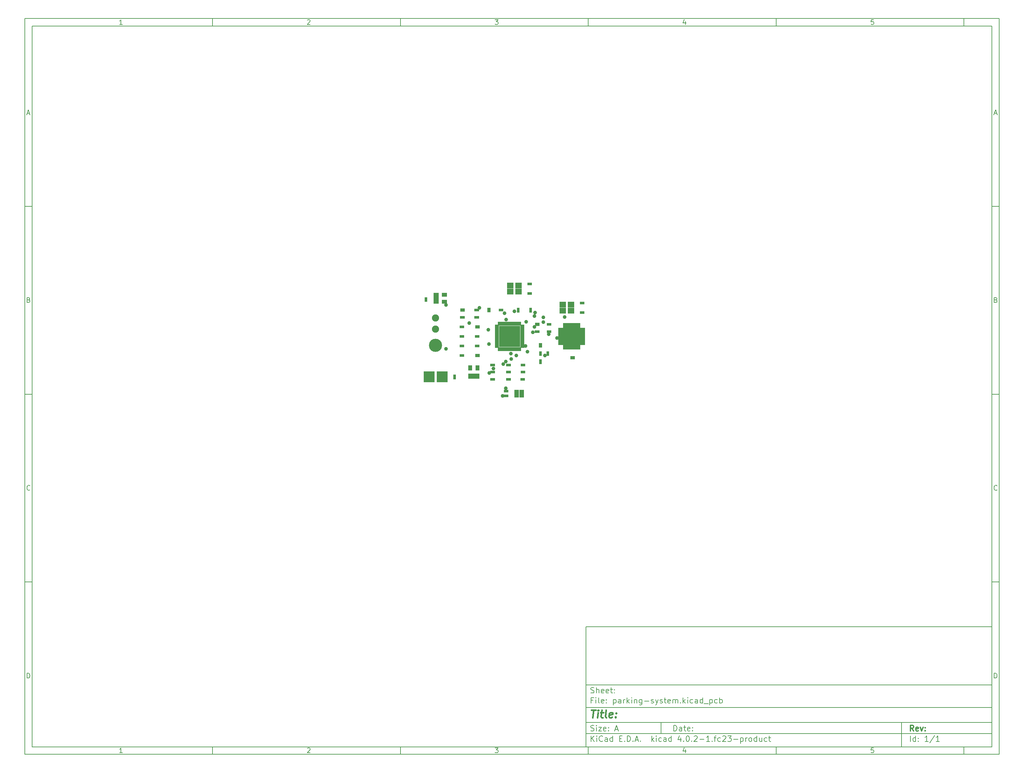
<source format=gbr>
G04 #@! TF.FileFunction,Soldermask,Top*
%FSLAX46Y46*%
G04 Gerber Fmt 4.6, Leading zero omitted, Abs format (unit mm)*
G04 Created by KiCad (PCBNEW 4.0.2-1.fc23-product) date Tue 29 Mar 2016 15:32:59 SAST*
%MOMM*%
G01*
G04 APERTURE LIST*
%ADD10C,0.100000*%
%ADD11C,0.150000*%
%ADD12C,0.300000*%
%ADD13C,0.400000*%
%ADD14R,0.700000X0.750000*%
%ADD15R,0.750000X0.700000*%
%ADD16R,1.400000X0.770000*%
%ADD17R,0.770000X1.400000*%
%ADD18R,1.462500X1.462500*%
%ADD19R,0.680000X0.830000*%
%ADD20R,0.830000X0.680000*%
%ADD21R,1.200000X0.700000*%
%ADD22R,1.100000X0.650000*%
%ADD23R,0.650000X1.100000*%
%ADD24R,1.687500X1.687500*%
%ADD25R,1.050000X1.460000*%
%ADD26R,1.800000X1.600000*%
%ADD27R,2.900000X2.900000*%
%ADD28C,1.900000*%
%ADD29C,3.500000*%
%ADD30R,1.460000X1.050000*%
%ADD31C,1.000000*%
G04 APERTURE END LIST*
D10*
D11*
X159400000Y-171900000D02*
X159400000Y-203900000D01*
X267400000Y-203900000D01*
X267400000Y-171900000D01*
X159400000Y-171900000D01*
D10*
D11*
X10000000Y-10000000D02*
X10000000Y-205900000D01*
X269400000Y-205900000D01*
X269400000Y-10000000D01*
X10000000Y-10000000D01*
D10*
D11*
X12000000Y-12000000D02*
X12000000Y-203900000D01*
X267400000Y-203900000D01*
X267400000Y-12000000D01*
X12000000Y-12000000D01*
D10*
D11*
X60000000Y-12000000D02*
X60000000Y-10000000D01*
D10*
D11*
X110000000Y-12000000D02*
X110000000Y-10000000D01*
D10*
D11*
X160000000Y-12000000D02*
X160000000Y-10000000D01*
D10*
D11*
X210000000Y-12000000D02*
X210000000Y-10000000D01*
D10*
D11*
X260000000Y-12000000D02*
X260000000Y-10000000D01*
D10*
D11*
X35990476Y-11588095D02*
X35247619Y-11588095D01*
X35619048Y-11588095D02*
X35619048Y-10288095D01*
X35495238Y-10473810D01*
X35371429Y-10597619D01*
X35247619Y-10659524D01*
D10*
D11*
X85247619Y-10411905D02*
X85309524Y-10350000D01*
X85433333Y-10288095D01*
X85742857Y-10288095D01*
X85866667Y-10350000D01*
X85928571Y-10411905D01*
X85990476Y-10535714D01*
X85990476Y-10659524D01*
X85928571Y-10845238D01*
X85185714Y-11588095D01*
X85990476Y-11588095D01*
D10*
D11*
X135185714Y-10288095D02*
X135990476Y-10288095D01*
X135557143Y-10783333D01*
X135742857Y-10783333D01*
X135866667Y-10845238D01*
X135928571Y-10907143D01*
X135990476Y-11030952D01*
X135990476Y-11340476D01*
X135928571Y-11464286D01*
X135866667Y-11526190D01*
X135742857Y-11588095D01*
X135371429Y-11588095D01*
X135247619Y-11526190D01*
X135185714Y-11464286D01*
D10*
D11*
X185866667Y-10721429D02*
X185866667Y-11588095D01*
X185557143Y-10226190D02*
X185247619Y-11154762D01*
X186052381Y-11154762D01*
D10*
D11*
X235928571Y-10288095D02*
X235309524Y-10288095D01*
X235247619Y-10907143D01*
X235309524Y-10845238D01*
X235433333Y-10783333D01*
X235742857Y-10783333D01*
X235866667Y-10845238D01*
X235928571Y-10907143D01*
X235990476Y-11030952D01*
X235990476Y-11340476D01*
X235928571Y-11464286D01*
X235866667Y-11526190D01*
X235742857Y-11588095D01*
X235433333Y-11588095D01*
X235309524Y-11526190D01*
X235247619Y-11464286D01*
D10*
D11*
X60000000Y-203900000D02*
X60000000Y-205900000D01*
D10*
D11*
X110000000Y-203900000D02*
X110000000Y-205900000D01*
D10*
D11*
X160000000Y-203900000D02*
X160000000Y-205900000D01*
D10*
D11*
X210000000Y-203900000D02*
X210000000Y-205900000D01*
D10*
D11*
X260000000Y-203900000D02*
X260000000Y-205900000D01*
D10*
D11*
X35990476Y-205488095D02*
X35247619Y-205488095D01*
X35619048Y-205488095D02*
X35619048Y-204188095D01*
X35495238Y-204373810D01*
X35371429Y-204497619D01*
X35247619Y-204559524D01*
D10*
D11*
X85247619Y-204311905D02*
X85309524Y-204250000D01*
X85433333Y-204188095D01*
X85742857Y-204188095D01*
X85866667Y-204250000D01*
X85928571Y-204311905D01*
X85990476Y-204435714D01*
X85990476Y-204559524D01*
X85928571Y-204745238D01*
X85185714Y-205488095D01*
X85990476Y-205488095D01*
D10*
D11*
X135185714Y-204188095D02*
X135990476Y-204188095D01*
X135557143Y-204683333D01*
X135742857Y-204683333D01*
X135866667Y-204745238D01*
X135928571Y-204807143D01*
X135990476Y-204930952D01*
X135990476Y-205240476D01*
X135928571Y-205364286D01*
X135866667Y-205426190D01*
X135742857Y-205488095D01*
X135371429Y-205488095D01*
X135247619Y-205426190D01*
X135185714Y-205364286D01*
D10*
D11*
X185866667Y-204621429D02*
X185866667Y-205488095D01*
X185557143Y-204126190D02*
X185247619Y-205054762D01*
X186052381Y-205054762D01*
D10*
D11*
X235928571Y-204188095D02*
X235309524Y-204188095D01*
X235247619Y-204807143D01*
X235309524Y-204745238D01*
X235433333Y-204683333D01*
X235742857Y-204683333D01*
X235866667Y-204745238D01*
X235928571Y-204807143D01*
X235990476Y-204930952D01*
X235990476Y-205240476D01*
X235928571Y-205364286D01*
X235866667Y-205426190D01*
X235742857Y-205488095D01*
X235433333Y-205488095D01*
X235309524Y-205426190D01*
X235247619Y-205364286D01*
D10*
D11*
X10000000Y-60000000D02*
X12000000Y-60000000D01*
D10*
D11*
X10000000Y-110000000D02*
X12000000Y-110000000D01*
D10*
D11*
X10000000Y-160000000D02*
X12000000Y-160000000D01*
D10*
D11*
X10690476Y-35216667D02*
X11309524Y-35216667D01*
X10566667Y-35588095D02*
X11000000Y-34288095D01*
X11433333Y-35588095D01*
D10*
D11*
X11092857Y-84907143D02*
X11278571Y-84969048D01*
X11340476Y-85030952D01*
X11402381Y-85154762D01*
X11402381Y-85340476D01*
X11340476Y-85464286D01*
X11278571Y-85526190D01*
X11154762Y-85588095D01*
X10659524Y-85588095D01*
X10659524Y-84288095D01*
X11092857Y-84288095D01*
X11216667Y-84350000D01*
X11278571Y-84411905D01*
X11340476Y-84535714D01*
X11340476Y-84659524D01*
X11278571Y-84783333D01*
X11216667Y-84845238D01*
X11092857Y-84907143D01*
X10659524Y-84907143D01*
D10*
D11*
X11402381Y-135464286D02*
X11340476Y-135526190D01*
X11154762Y-135588095D01*
X11030952Y-135588095D01*
X10845238Y-135526190D01*
X10721429Y-135402381D01*
X10659524Y-135278571D01*
X10597619Y-135030952D01*
X10597619Y-134845238D01*
X10659524Y-134597619D01*
X10721429Y-134473810D01*
X10845238Y-134350000D01*
X11030952Y-134288095D01*
X11154762Y-134288095D01*
X11340476Y-134350000D01*
X11402381Y-134411905D01*
D10*
D11*
X10659524Y-185588095D02*
X10659524Y-184288095D01*
X10969048Y-184288095D01*
X11154762Y-184350000D01*
X11278571Y-184473810D01*
X11340476Y-184597619D01*
X11402381Y-184845238D01*
X11402381Y-185030952D01*
X11340476Y-185278571D01*
X11278571Y-185402381D01*
X11154762Y-185526190D01*
X10969048Y-185588095D01*
X10659524Y-185588095D01*
D10*
D11*
X269400000Y-60000000D02*
X267400000Y-60000000D01*
D10*
D11*
X269400000Y-110000000D02*
X267400000Y-110000000D01*
D10*
D11*
X269400000Y-160000000D02*
X267400000Y-160000000D01*
D10*
D11*
X268090476Y-35216667D02*
X268709524Y-35216667D01*
X267966667Y-35588095D02*
X268400000Y-34288095D01*
X268833333Y-35588095D01*
D10*
D11*
X268492857Y-84907143D02*
X268678571Y-84969048D01*
X268740476Y-85030952D01*
X268802381Y-85154762D01*
X268802381Y-85340476D01*
X268740476Y-85464286D01*
X268678571Y-85526190D01*
X268554762Y-85588095D01*
X268059524Y-85588095D01*
X268059524Y-84288095D01*
X268492857Y-84288095D01*
X268616667Y-84350000D01*
X268678571Y-84411905D01*
X268740476Y-84535714D01*
X268740476Y-84659524D01*
X268678571Y-84783333D01*
X268616667Y-84845238D01*
X268492857Y-84907143D01*
X268059524Y-84907143D01*
D10*
D11*
X268802381Y-135464286D02*
X268740476Y-135526190D01*
X268554762Y-135588095D01*
X268430952Y-135588095D01*
X268245238Y-135526190D01*
X268121429Y-135402381D01*
X268059524Y-135278571D01*
X267997619Y-135030952D01*
X267997619Y-134845238D01*
X268059524Y-134597619D01*
X268121429Y-134473810D01*
X268245238Y-134350000D01*
X268430952Y-134288095D01*
X268554762Y-134288095D01*
X268740476Y-134350000D01*
X268802381Y-134411905D01*
D10*
D11*
X268059524Y-185588095D02*
X268059524Y-184288095D01*
X268369048Y-184288095D01*
X268554762Y-184350000D01*
X268678571Y-184473810D01*
X268740476Y-184597619D01*
X268802381Y-184845238D01*
X268802381Y-185030952D01*
X268740476Y-185278571D01*
X268678571Y-185402381D01*
X268554762Y-185526190D01*
X268369048Y-185588095D01*
X268059524Y-185588095D01*
D10*
D11*
X182757143Y-199678571D02*
X182757143Y-198178571D01*
X183114286Y-198178571D01*
X183328571Y-198250000D01*
X183471429Y-198392857D01*
X183542857Y-198535714D01*
X183614286Y-198821429D01*
X183614286Y-199035714D01*
X183542857Y-199321429D01*
X183471429Y-199464286D01*
X183328571Y-199607143D01*
X183114286Y-199678571D01*
X182757143Y-199678571D01*
X184900000Y-199678571D02*
X184900000Y-198892857D01*
X184828571Y-198750000D01*
X184685714Y-198678571D01*
X184400000Y-198678571D01*
X184257143Y-198750000D01*
X184900000Y-199607143D02*
X184757143Y-199678571D01*
X184400000Y-199678571D01*
X184257143Y-199607143D01*
X184185714Y-199464286D01*
X184185714Y-199321429D01*
X184257143Y-199178571D01*
X184400000Y-199107143D01*
X184757143Y-199107143D01*
X184900000Y-199035714D01*
X185400000Y-198678571D02*
X185971429Y-198678571D01*
X185614286Y-198178571D02*
X185614286Y-199464286D01*
X185685714Y-199607143D01*
X185828572Y-199678571D01*
X185971429Y-199678571D01*
X187042857Y-199607143D02*
X186900000Y-199678571D01*
X186614286Y-199678571D01*
X186471429Y-199607143D01*
X186400000Y-199464286D01*
X186400000Y-198892857D01*
X186471429Y-198750000D01*
X186614286Y-198678571D01*
X186900000Y-198678571D01*
X187042857Y-198750000D01*
X187114286Y-198892857D01*
X187114286Y-199035714D01*
X186400000Y-199178571D01*
X187757143Y-199535714D02*
X187828571Y-199607143D01*
X187757143Y-199678571D01*
X187685714Y-199607143D01*
X187757143Y-199535714D01*
X187757143Y-199678571D01*
X187757143Y-198750000D02*
X187828571Y-198821429D01*
X187757143Y-198892857D01*
X187685714Y-198821429D01*
X187757143Y-198750000D01*
X187757143Y-198892857D01*
D10*
D11*
X159400000Y-200400000D02*
X267400000Y-200400000D01*
D10*
D11*
X160757143Y-202478571D02*
X160757143Y-200978571D01*
X161614286Y-202478571D02*
X160971429Y-201621429D01*
X161614286Y-200978571D02*
X160757143Y-201835714D01*
X162257143Y-202478571D02*
X162257143Y-201478571D01*
X162257143Y-200978571D02*
X162185714Y-201050000D01*
X162257143Y-201121429D01*
X162328571Y-201050000D01*
X162257143Y-200978571D01*
X162257143Y-201121429D01*
X163828572Y-202335714D02*
X163757143Y-202407143D01*
X163542857Y-202478571D01*
X163400000Y-202478571D01*
X163185715Y-202407143D01*
X163042857Y-202264286D01*
X162971429Y-202121429D01*
X162900000Y-201835714D01*
X162900000Y-201621429D01*
X162971429Y-201335714D01*
X163042857Y-201192857D01*
X163185715Y-201050000D01*
X163400000Y-200978571D01*
X163542857Y-200978571D01*
X163757143Y-201050000D01*
X163828572Y-201121429D01*
X165114286Y-202478571D02*
X165114286Y-201692857D01*
X165042857Y-201550000D01*
X164900000Y-201478571D01*
X164614286Y-201478571D01*
X164471429Y-201550000D01*
X165114286Y-202407143D02*
X164971429Y-202478571D01*
X164614286Y-202478571D01*
X164471429Y-202407143D01*
X164400000Y-202264286D01*
X164400000Y-202121429D01*
X164471429Y-201978571D01*
X164614286Y-201907143D01*
X164971429Y-201907143D01*
X165114286Y-201835714D01*
X166471429Y-202478571D02*
X166471429Y-200978571D01*
X166471429Y-202407143D02*
X166328572Y-202478571D01*
X166042858Y-202478571D01*
X165900000Y-202407143D01*
X165828572Y-202335714D01*
X165757143Y-202192857D01*
X165757143Y-201764286D01*
X165828572Y-201621429D01*
X165900000Y-201550000D01*
X166042858Y-201478571D01*
X166328572Y-201478571D01*
X166471429Y-201550000D01*
X168328572Y-201692857D02*
X168828572Y-201692857D01*
X169042858Y-202478571D02*
X168328572Y-202478571D01*
X168328572Y-200978571D01*
X169042858Y-200978571D01*
X169685715Y-202335714D02*
X169757143Y-202407143D01*
X169685715Y-202478571D01*
X169614286Y-202407143D01*
X169685715Y-202335714D01*
X169685715Y-202478571D01*
X170400001Y-202478571D02*
X170400001Y-200978571D01*
X170757144Y-200978571D01*
X170971429Y-201050000D01*
X171114287Y-201192857D01*
X171185715Y-201335714D01*
X171257144Y-201621429D01*
X171257144Y-201835714D01*
X171185715Y-202121429D01*
X171114287Y-202264286D01*
X170971429Y-202407143D01*
X170757144Y-202478571D01*
X170400001Y-202478571D01*
X171900001Y-202335714D02*
X171971429Y-202407143D01*
X171900001Y-202478571D01*
X171828572Y-202407143D01*
X171900001Y-202335714D01*
X171900001Y-202478571D01*
X172542858Y-202050000D02*
X173257144Y-202050000D01*
X172400001Y-202478571D02*
X172900001Y-200978571D01*
X173400001Y-202478571D01*
X173900001Y-202335714D02*
X173971429Y-202407143D01*
X173900001Y-202478571D01*
X173828572Y-202407143D01*
X173900001Y-202335714D01*
X173900001Y-202478571D01*
X176900001Y-202478571D02*
X176900001Y-200978571D01*
X177042858Y-201907143D02*
X177471429Y-202478571D01*
X177471429Y-201478571D02*
X176900001Y-202050000D01*
X178114287Y-202478571D02*
X178114287Y-201478571D01*
X178114287Y-200978571D02*
X178042858Y-201050000D01*
X178114287Y-201121429D01*
X178185715Y-201050000D01*
X178114287Y-200978571D01*
X178114287Y-201121429D01*
X179471430Y-202407143D02*
X179328573Y-202478571D01*
X179042859Y-202478571D01*
X178900001Y-202407143D01*
X178828573Y-202335714D01*
X178757144Y-202192857D01*
X178757144Y-201764286D01*
X178828573Y-201621429D01*
X178900001Y-201550000D01*
X179042859Y-201478571D01*
X179328573Y-201478571D01*
X179471430Y-201550000D01*
X180757144Y-202478571D02*
X180757144Y-201692857D01*
X180685715Y-201550000D01*
X180542858Y-201478571D01*
X180257144Y-201478571D01*
X180114287Y-201550000D01*
X180757144Y-202407143D02*
X180614287Y-202478571D01*
X180257144Y-202478571D01*
X180114287Y-202407143D01*
X180042858Y-202264286D01*
X180042858Y-202121429D01*
X180114287Y-201978571D01*
X180257144Y-201907143D01*
X180614287Y-201907143D01*
X180757144Y-201835714D01*
X182114287Y-202478571D02*
X182114287Y-200978571D01*
X182114287Y-202407143D02*
X181971430Y-202478571D01*
X181685716Y-202478571D01*
X181542858Y-202407143D01*
X181471430Y-202335714D01*
X181400001Y-202192857D01*
X181400001Y-201764286D01*
X181471430Y-201621429D01*
X181542858Y-201550000D01*
X181685716Y-201478571D01*
X181971430Y-201478571D01*
X182114287Y-201550000D01*
X184614287Y-201478571D02*
X184614287Y-202478571D01*
X184257144Y-200907143D02*
X183900001Y-201978571D01*
X184828573Y-201978571D01*
X185400001Y-202335714D02*
X185471429Y-202407143D01*
X185400001Y-202478571D01*
X185328572Y-202407143D01*
X185400001Y-202335714D01*
X185400001Y-202478571D01*
X186400001Y-200978571D02*
X186542858Y-200978571D01*
X186685715Y-201050000D01*
X186757144Y-201121429D01*
X186828573Y-201264286D01*
X186900001Y-201550000D01*
X186900001Y-201907143D01*
X186828573Y-202192857D01*
X186757144Y-202335714D01*
X186685715Y-202407143D01*
X186542858Y-202478571D01*
X186400001Y-202478571D01*
X186257144Y-202407143D01*
X186185715Y-202335714D01*
X186114287Y-202192857D01*
X186042858Y-201907143D01*
X186042858Y-201550000D01*
X186114287Y-201264286D01*
X186185715Y-201121429D01*
X186257144Y-201050000D01*
X186400001Y-200978571D01*
X187542858Y-202335714D02*
X187614286Y-202407143D01*
X187542858Y-202478571D01*
X187471429Y-202407143D01*
X187542858Y-202335714D01*
X187542858Y-202478571D01*
X188185715Y-201121429D02*
X188257144Y-201050000D01*
X188400001Y-200978571D01*
X188757144Y-200978571D01*
X188900001Y-201050000D01*
X188971430Y-201121429D01*
X189042858Y-201264286D01*
X189042858Y-201407143D01*
X188971430Y-201621429D01*
X188114287Y-202478571D01*
X189042858Y-202478571D01*
X189685715Y-201907143D02*
X190828572Y-201907143D01*
X192328572Y-202478571D02*
X191471429Y-202478571D01*
X191900001Y-202478571D02*
X191900001Y-200978571D01*
X191757144Y-201192857D01*
X191614286Y-201335714D01*
X191471429Y-201407143D01*
X192971429Y-202335714D02*
X193042857Y-202407143D01*
X192971429Y-202478571D01*
X192900000Y-202407143D01*
X192971429Y-202335714D01*
X192971429Y-202478571D01*
X193471429Y-201478571D02*
X194042858Y-201478571D01*
X193685715Y-202478571D02*
X193685715Y-201192857D01*
X193757143Y-201050000D01*
X193900001Y-200978571D01*
X194042858Y-200978571D01*
X195185715Y-202407143D02*
X195042858Y-202478571D01*
X194757144Y-202478571D01*
X194614286Y-202407143D01*
X194542858Y-202335714D01*
X194471429Y-202192857D01*
X194471429Y-201764286D01*
X194542858Y-201621429D01*
X194614286Y-201550000D01*
X194757144Y-201478571D01*
X195042858Y-201478571D01*
X195185715Y-201550000D01*
X195757143Y-201121429D02*
X195828572Y-201050000D01*
X195971429Y-200978571D01*
X196328572Y-200978571D01*
X196471429Y-201050000D01*
X196542858Y-201121429D01*
X196614286Y-201264286D01*
X196614286Y-201407143D01*
X196542858Y-201621429D01*
X195685715Y-202478571D01*
X196614286Y-202478571D01*
X197114286Y-200978571D02*
X198042857Y-200978571D01*
X197542857Y-201550000D01*
X197757143Y-201550000D01*
X197900000Y-201621429D01*
X197971429Y-201692857D01*
X198042857Y-201835714D01*
X198042857Y-202192857D01*
X197971429Y-202335714D01*
X197900000Y-202407143D01*
X197757143Y-202478571D01*
X197328571Y-202478571D01*
X197185714Y-202407143D01*
X197114286Y-202335714D01*
X198685714Y-201907143D02*
X199828571Y-201907143D01*
X200542857Y-201478571D02*
X200542857Y-202978571D01*
X200542857Y-201550000D02*
X200685714Y-201478571D01*
X200971428Y-201478571D01*
X201114285Y-201550000D01*
X201185714Y-201621429D01*
X201257143Y-201764286D01*
X201257143Y-202192857D01*
X201185714Y-202335714D01*
X201114285Y-202407143D01*
X200971428Y-202478571D01*
X200685714Y-202478571D01*
X200542857Y-202407143D01*
X201900000Y-202478571D02*
X201900000Y-201478571D01*
X201900000Y-201764286D02*
X201971428Y-201621429D01*
X202042857Y-201550000D01*
X202185714Y-201478571D01*
X202328571Y-201478571D01*
X203042857Y-202478571D02*
X202899999Y-202407143D01*
X202828571Y-202335714D01*
X202757142Y-202192857D01*
X202757142Y-201764286D01*
X202828571Y-201621429D01*
X202899999Y-201550000D01*
X203042857Y-201478571D01*
X203257142Y-201478571D01*
X203399999Y-201550000D01*
X203471428Y-201621429D01*
X203542857Y-201764286D01*
X203542857Y-202192857D01*
X203471428Y-202335714D01*
X203399999Y-202407143D01*
X203257142Y-202478571D01*
X203042857Y-202478571D01*
X204828571Y-202478571D02*
X204828571Y-200978571D01*
X204828571Y-202407143D02*
X204685714Y-202478571D01*
X204400000Y-202478571D01*
X204257142Y-202407143D01*
X204185714Y-202335714D01*
X204114285Y-202192857D01*
X204114285Y-201764286D01*
X204185714Y-201621429D01*
X204257142Y-201550000D01*
X204400000Y-201478571D01*
X204685714Y-201478571D01*
X204828571Y-201550000D01*
X206185714Y-201478571D02*
X206185714Y-202478571D01*
X205542857Y-201478571D02*
X205542857Y-202264286D01*
X205614285Y-202407143D01*
X205757143Y-202478571D01*
X205971428Y-202478571D01*
X206114285Y-202407143D01*
X206185714Y-202335714D01*
X207542857Y-202407143D02*
X207400000Y-202478571D01*
X207114286Y-202478571D01*
X206971428Y-202407143D01*
X206900000Y-202335714D01*
X206828571Y-202192857D01*
X206828571Y-201764286D01*
X206900000Y-201621429D01*
X206971428Y-201550000D01*
X207114286Y-201478571D01*
X207400000Y-201478571D01*
X207542857Y-201550000D01*
X207971428Y-201478571D02*
X208542857Y-201478571D01*
X208185714Y-200978571D02*
X208185714Y-202264286D01*
X208257142Y-202407143D01*
X208400000Y-202478571D01*
X208542857Y-202478571D01*
D10*
D11*
X159400000Y-197400000D02*
X267400000Y-197400000D01*
D10*
D12*
X246614286Y-199678571D02*
X246114286Y-198964286D01*
X245757143Y-199678571D02*
X245757143Y-198178571D01*
X246328571Y-198178571D01*
X246471429Y-198250000D01*
X246542857Y-198321429D01*
X246614286Y-198464286D01*
X246614286Y-198678571D01*
X246542857Y-198821429D01*
X246471429Y-198892857D01*
X246328571Y-198964286D01*
X245757143Y-198964286D01*
X247828571Y-199607143D02*
X247685714Y-199678571D01*
X247400000Y-199678571D01*
X247257143Y-199607143D01*
X247185714Y-199464286D01*
X247185714Y-198892857D01*
X247257143Y-198750000D01*
X247400000Y-198678571D01*
X247685714Y-198678571D01*
X247828571Y-198750000D01*
X247900000Y-198892857D01*
X247900000Y-199035714D01*
X247185714Y-199178571D01*
X248400000Y-198678571D02*
X248757143Y-199678571D01*
X249114285Y-198678571D01*
X249685714Y-199535714D02*
X249757142Y-199607143D01*
X249685714Y-199678571D01*
X249614285Y-199607143D01*
X249685714Y-199535714D01*
X249685714Y-199678571D01*
X249685714Y-198750000D02*
X249757142Y-198821429D01*
X249685714Y-198892857D01*
X249614285Y-198821429D01*
X249685714Y-198750000D01*
X249685714Y-198892857D01*
D10*
D11*
X160685714Y-199607143D02*
X160900000Y-199678571D01*
X161257143Y-199678571D01*
X161400000Y-199607143D01*
X161471429Y-199535714D01*
X161542857Y-199392857D01*
X161542857Y-199250000D01*
X161471429Y-199107143D01*
X161400000Y-199035714D01*
X161257143Y-198964286D01*
X160971429Y-198892857D01*
X160828571Y-198821429D01*
X160757143Y-198750000D01*
X160685714Y-198607143D01*
X160685714Y-198464286D01*
X160757143Y-198321429D01*
X160828571Y-198250000D01*
X160971429Y-198178571D01*
X161328571Y-198178571D01*
X161542857Y-198250000D01*
X162185714Y-199678571D02*
X162185714Y-198678571D01*
X162185714Y-198178571D02*
X162114285Y-198250000D01*
X162185714Y-198321429D01*
X162257142Y-198250000D01*
X162185714Y-198178571D01*
X162185714Y-198321429D01*
X162757143Y-198678571D02*
X163542857Y-198678571D01*
X162757143Y-199678571D01*
X163542857Y-199678571D01*
X164685714Y-199607143D02*
X164542857Y-199678571D01*
X164257143Y-199678571D01*
X164114286Y-199607143D01*
X164042857Y-199464286D01*
X164042857Y-198892857D01*
X164114286Y-198750000D01*
X164257143Y-198678571D01*
X164542857Y-198678571D01*
X164685714Y-198750000D01*
X164757143Y-198892857D01*
X164757143Y-199035714D01*
X164042857Y-199178571D01*
X165400000Y-199535714D02*
X165471428Y-199607143D01*
X165400000Y-199678571D01*
X165328571Y-199607143D01*
X165400000Y-199535714D01*
X165400000Y-199678571D01*
X165400000Y-198750000D02*
X165471428Y-198821429D01*
X165400000Y-198892857D01*
X165328571Y-198821429D01*
X165400000Y-198750000D01*
X165400000Y-198892857D01*
X167185714Y-199250000D02*
X167900000Y-199250000D01*
X167042857Y-199678571D02*
X167542857Y-198178571D01*
X168042857Y-199678571D01*
D10*
D11*
X245757143Y-202478571D02*
X245757143Y-200978571D01*
X247114286Y-202478571D02*
X247114286Y-200978571D01*
X247114286Y-202407143D02*
X246971429Y-202478571D01*
X246685715Y-202478571D01*
X246542857Y-202407143D01*
X246471429Y-202335714D01*
X246400000Y-202192857D01*
X246400000Y-201764286D01*
X246471429Y-201621429D01*
X246542857Y-201550000D01*
X246685715Y-201478571D01*
X246971429Y-201478571D01*
X247114286Y-201550000D01*
X247828572Y-202335714D02*
X247900000Y-202407143D01*
X247828572Y-202478571D01*
X247757143Y-202407143D01*
X247828572Y-202335714D01*
X247828572Y-202478571D01*
X247828572Y-201550000D02*
X247900000Y-201621429D01*
X247828572Y-201692857D01*
X247757143Y-201621429D01*
X247828572Y-201550000D01*
X247828572Y-201692857D01*
X250471429Y-202478571D02*
X249614286Y-202478571D01*
X250042858Y-202478571D02*
X250042858Y-200978571D01*
X249900001Y-201192857D01*
X249757143Y-201335714D01*
X249614286Y-201407143D01*
X252185714Y-200907143D02*
X250900000Y-202835714D01*
X253471429Y-202478571D02*
X252614286Y-202478571D01*
X253042858Y-202478571D02*
X253042858Y-200978571D01*
X252900001Y-201192857D01*
X252757143Y-201335714D01*
X252614286Y-201407143D01*
D10*
D11*
X159400000Y-193400000D02*
X267400000Y-193400000D01*
D10*
D13*
X160852381Y-194104762D02*
X161995238Y-194104762D01*
X161173810Y-196104762D02*
X161423810Y-194104762D01*
X162411905Y-196104762D02*
X162578571Y-194771429D01*
X162661905Y-194104762D02*
X162554762Y-194200000D01*
X162638095Y-194295238D01*
X162745239Y-194200000D01*
X162661905Y-194104762D01*
X162638095Y-194295238D01*
X163245238Y-194771429D02*
X164007143Y-194771429D01*
X163614286Y-194104762D02*
X163400000Y-195819048D01*
X163471430Y-196009524D01*
X163650001Y-196104762D01*
X163840477Y-196104762D01*
X164792858Y-196104762D02*
X164614287Y-196009524D01*
X164542857Y-195819048D01*
X164757143Y-194104762D01*
X166328572Y-196009524D02*
X166126191Y-196104762D01*
X165745239Y-196104762D01*
X165566667Y-196009524D01*
X165495238Y-195819048D01*
X165590476Y-195057143D01*
X165709524Y-194866667D01*
X165911905Y-194771429D01*
X166292857Y-194771429D01*
X166471429Y-194866667D01*
X166542857Y-195057143D01*
X166519048Y-195247619D01*
X165542857Y-195438095D01*
X167292857Y-195914286D02*
X167376192Y-196009524D01*
X167269048Y-196104762D01*
X167185715Y-196009524D01*
X167292857Y-195914286D01*
X167269048Y-196104762D01*
X167423810Y-194866667D02*
X167507144Y-194961905D01*
X167400000Y-195057143D01*
X167316667Y-194961905D01*
X167423810Y-194866667D01*
X167400000Y-195057143D01*
D10*
D11*
X161257143Y-191492857D02*
X160757143Y-191492857D01*
X160757143Y-192278571D02*
X160757143Y-190778571D01*
X161471429Y-190778571D01*
X162042857Y-192278571D02*
X162042857Y-191278571D01*
X162042857Y-190778571D02*
X161971428Y-190850000D01*
X162042857Y-190921429D01*
X162114285Y-190850000D01*
X162042857Y-190778571D01*
X162042857Y-190921429D01*
X162971429Y-192278571D02*
X162828571Y-192207143D01*
X162757143Y-192064286D01*
X162757143Y-190778571D01*
X164114285Y-192207143D02*
X163971428Y-192278571D01*
X163685714Y-192278571D01*
X163542857Y-192207143D01*
X163471428Y-192064286D01*
X163471428Y-191492857D01*
X163542857Y-191350000D01*
X163685714Y-191278571D01*
X163971428Y-191278571D01*
X164114285Y-191350000D01*
X164185714Y-191492857D01*
X164185714Y-191635714D01*
X163471428Y-191778571D01*
X164828571Y-192135714D02*
X164899999Y-192207143D01*
X164828571Y-192278571D01*
X164757142Y-192207143D01*
X164828571Y-192135714D01*
X164828571Y-192278571D01*
X164828571Y-191350000D02*
X164899999Y-191421429D01*
X164828571Y-191492857D01*
X164757142Y-191421429D01*
X164828571Y-191350000D01*
X164828571Y-191492857D01*
X166685714Y-191278571D02*
X166685714Y-192778571D01*
X166685714Y-191350000D02*
X166828571Y-191278571D01*
X167114285Y-191278571D01*
X167257142Y-191350000D01*
X167328571Y-191421429D01*
X167400000Y-191564286D01*
X167400000Y-191992857D01*
X167328571Y-192135714D01*
X167257142Y-192207143D01*
X167114285Y-192278571D01*
X166828571Y-192278571D01*
X166685714Y-192207143D01*
X168685714Y-192278571D02*
X168685714Y-191492857D01*
X168614285Y-191350000D01*
X168471428Y-191278571D01*
X168185714Y-191278571D01*
X168042857Y-191350000D01*
X168685714Y-192207143D02*
X168542857Y-192278571D01*
X168185714Y-192278571D01*
X168042857Y-192207143D01*
X167971428Y-192064286D01*
X167971428Y-191921429D01*
X168042857Y-191778571D01*
X168185714Y-191707143D01*
X168542857Y-191707143D01*
X168685714Y-191635714D01*
X169400000Y-192278571D02*
X169400000Y-191278571D01*
X169400000Y-191564286D02*
X169471428Y-191421429D01*
X169542857Y-191350000D01*
X169685714Y-191278571D01*
X169828571Y-191278571D01*
X170328571Y-192278571D02*
X170328571Y-190778571D01*
X170471428Y-191707143D02*
X170899999Y-192278571D01*
X170899999Y-191278571D02*
X170328571Y-191850000D01*
X171542857Y-192278571D02*
X171542857Y-191278571D01*
X171542857Y-190778571D02*
X171471428Y-190850000D01*
X171542857Y-190921429D01*
X171614285Y-190850000D01*
X171542857Y-190778571D01*
X171542857Y-190921429D01*
X172257143Y-191278571D02*
X172257143Y-192278571D01*
X172257143Y-191421429D02*
X172328571Y-191350000D01*
X172471429Y-191278571D01*
X172685714Y-191278571D01*
X172828571Y-191350000D01*
X172900000Y-191492857D01*
X172900000Y-192278571D01*
X174257143Y-191278571D02*
X174257143Y-192492857D01*
X174185714Y-192635714D01*
X174114286Y-192707143D01*
X173971429Y-192778571D01*
X173757143Y-192778571D01*
X173614286Y-192707143D01*
X174257143Y-192207143D02*
X174114286Y-192278571D01*
X173828572Y-192278571D01*
X173685714Y-192207143D01*
X173614286Y-192135714D01*
X173542857Y-191992857D01*
X173542857Y-191564286D01*
X173614286Y-191421429D01*
X173685714Y-191350000D01*
X173828572Y-191278571D01*
X174114286Y-191278571D01*
X174257143Y-191350000D01*
X174971429Y-191707143D02*
X176114286Y-191707143D01*
X176757143Y-192207143D02*
X176900000Y-192278571D01*
X177185715Y-192278571D01*
X177328572Y-192207143D01*
X177400000Y-192064286D01*
X177400000Y-191992857D01*
X177328572Y-191850000D01*
X177185715Y-191778571D01*
X176971429Y-191778571D01*
X176828572Y-191707143D01*
X176757143Y-191564286D01*
X176757143Y-191492857D01*
X176828572Y-191350000D01*
X176971429Y-191278571D01*
X177185715Y-191278571D01*
X177328572Y-191350000D01*
X177900001Y-191278571D02*
X178257144Y-192278571D01*
X178614286Y-191278571D02*
X178257144Y-192278571D01*
X178114286Y-192635714D01*
X178042858Y-192707143D01*
X177900001Y-192778571D01*
X179114286Y-192207143D02*
X179257143Y-192278571D01*
X179542858Y-192278571D01*
X179685715Y-192207143D01*
X179757143Y-192064286D01*
X179757143Y-191992857D01*
X179685715Y-191850000D01*
X179542858Y-191778571D01*
X179328572Y-191778571D01*
X179185715Y-191707143D01*
X179114286Y-191564286D01*
X179114286Y-191492857D01*
X179185715Y-191350000D01*
X179328572Y-191278571D01*
X179542858Y-191278571D01*
X179685715Y-191350000D01*
X180185715Y-191278571D02*
X180757144Y-191278571D01*
X180400001Y-190778571D02*
X180400001Y-192064286D01*
X180471429Y-192207143D01*
X180614287Y-192278571D01*
X180757144Y-192278571D01*
X181828572Y-192207143D02*
X181685715Y-192278571D01*
X181400001Y-192278571D01*
X181257144Y-192207143D01*
X181185715Y-192064286D01*
X181185715Y-191492857D01*
X181257144Y-191350000D01*
X181400001Y-191278571D01*
X181685715Y-191278571D01*
X181828572Y-191350000D01*
X181900001Y-191492857D01*
X181900001Y-191635714D01*
X181185715Y-191778571D01*
X182542858Y-192278571D02*
X182542858Y-191278571D01*
X182542858Y-191421429D02*
X182614286Y-191350000D01*
X182757144Y-191278571D01*
X182971429Y-191278571D01*
X183114286Y-191350000D01*
X183185715Y-191492857D01*
X183185715Y-192278571D01*
X183185715Y-191492857D02*
X183257144Y-191350000D01*
X183400001Y-191278571D01*
X183614286Y-191278571D01*
X183757144Y-191350000D01*
X183828572Y-191492857D01*
X183828572Y-192278571D01*
X184542858Y-192135714D02*
X184614286Y-192207143D01*
X184542858Y-192278571D01*
X184471429Y-192207143D01*
X184542858Y-192135714D01*
X184542858Y-192278571D01*
X185257144Y-192278571D02*
X185257144Y-190778571D01*
X185400001Y-191707143D02*
X185828572Y-192278571D01*
X185828572Y-191278571D02*
X185257144Y-191850000D01*
X186471430Y-192278571D02*
X186471430Y-191278571D01*
X186471430Y-190778571D02*
X186400001Y-190850000D01*
X186471430Y-190921429D01*
X186542858Y-190850000D01*
X186471430Y-190778571D01*
X186471430Y-190921429D01*
X187828573Y-192207143D02*
X187685716Y-192278571D01*
X187400002Y-192278571D01*
X187257144Y-192207143D01*
X187185716Y-192135714D01*
X187114287Y-191992857D01*
X187114287Y-191564286D01*
X187185716Y-191421429D01*
X187257144Y-191350000D01*
X187400002Y-191278571D01*
X187685716Y-191278571D01*
X187828573Y-191350000D01*
X189114287Y-192278571D02*
X189114287Y-191492857D01*
X189042858Y-191350000D01*
X188900001Y-191278571D01*
X188614287Y-191278571D01*
X188471430Y-191350000D01*
X189114287Y-192207143D02*
X188971430Y-192278571D01*
X188614287Y-192278571D01*
X188471430Y-192207143D01*
X188400001Y-192064286D01*
X188400001Y-191921429D01*
X188471430Y-191778571D01*
X188614287Y-191707143D01*
X188971430Y-191707143D01*
X189114287Y-191635714D01*
X190471430Y-192278571D02*
X190471430Y-190778571D01*
X190471430Y-192207143D02*
X190328573Y-192278571D01*
X190042859Y-192278571D01*
X189900001Y-192207143D01*
X189828573Y-192135714D01*
X189757144Y-191992857D01*
X189757144Y-191564286D01*
X189828573Y-191421429D01*
X189900001Y-191350000D01*
X190042859Y-191278571D01*
X190328573Y-191278571D01*
X190471430Y-191350000D01*
X190828573Y-192421429D02*
X191971430Y-192421429D01*
X192328573Y-191278571D02*
X192328573Y-192778571D01*
X192328573Y-191350000D02*
X192471430Y-191278571D01*
X192757144Y-191278571D01*
X192900001Y-191350000D01*
X192971430Y-191421429D01*
X193042859Y-191564286D01*
X193042859Y-191992857D01*
X192971430Y-192135714D01*
X192900001Y-192207143D01*
X192757144Y-192278571D01*
X192471430Y-192278571D01*
X192328573Y-192207143D01*
X194328573Y-192207143D02*
X194185716Y-192278571D01*
X193900002Y-192278571D01*
X193757144Y-192207143D01*
X193685716Y-192135714D01*
X193614287Y-191992857D01*
X193614287Y-191564286D01*
X193685716Y-191421429D01*
X193757144Y-191350000D01*
X193900002Y-191278571D01*
X194185716Y-191278571D01*
X194328573Y-191350000D01*
X194971430Y-192278571D02*
X194971430Y-190778571D01*
X194971430Y-191350000D02*
X195114287Y-191278571D01*
X195400001Y-191278571D01*
X195542858Y-191350000D01*
X195614287Y-191421429D01*
X195685716Y-191564286D01*
X195685716Y-191992857D01*
X195614287Y-192135714D01*
X195542858Y-192207143D01*
X195400001Y-192278571D01*
X195114287Y-192278571D01*
X194971430Y-192207143D01*
D10*
D11*
X159400000Y-187400000D02*
X267400000Y-187400000D01*
D10*
D11*
X160685714Y-189507143D02*
X160900000Y-189578571D01*
X161257143Y-189578571D01*
X161400000Y-189507143D01*
X161471429Y-189435714D01*
X161542857Y-189292857D01*
X161542857Y-189150000D01*
X161471429Y-189007143D01*
X161400000Y-188935714D01*
X161257143Y-188864286D01*
X160971429Y-188792857D01*
X160828571Y-188721429D01*
X160757143Y-188650000D01*
X160685714Y-188507143D01*
X160685714Y-188364286D01*
X160757143Y-188221429D01*
X160828571Y-188150000D01*
X160971429Y-188078571D01*
X161328571Y-188078571D01*
X161542857Y-188150000D01*
X162185714Y-189578571D02*
X162185714Y-188078571D01*
X162828571Y-189578571D02*
X162828571Y-188792857D01*
X162757142Y-188650000D01*
X162614285Y-188578571D01*
X162400000Y-188578571D01*
X162257142Y-188650000D01*
X162185714Y-188721429D01*
X164114285Y-189507143D02*
X163971428Y-189578571D01*
X163685714Y-189578571D01*
X163542857Y-189507143D01*
X163471428Y-189364286D01*
X163471428Y-188792857D01*
X163542857Y-188650000D01*
X163685714Y-188578571D01*
X163971428Y-188578571D01*
X164114285Y-188650000D01*
X164185714Y-188792857D01*
X164185714Y-188935714D01*
X163471428Y-189078571D01*
X165399999Y-189507143D02*
X165257142Y-189578571D01*
X164971428Y-189578571D01*
X164828571Y-189507143D01*
X164757142Y-189364286D01*
X164757142Y-188792857D01*
X164828571Y-188650000D01*
X164971428Y-188578571D01*
X165257142Y-188578571D01*
X165399999Y-188650000D01*
X165471428Y-188792857D01*
X165471428Y-188935714D01*
X164757142Y-189078571D01*
X165899999Y-188578571D02*
X166471428Y-188578571D01*
X166114285Y-188078571D02*
X166114285Y-189364286D01*
X166185713Y-189507143D01*
X166328571Y-189578571D01*
X166471428Y-189578571D01*
X166971428Y-189435714D02*
X167042856Y-189507143D01*
X166971428Y-189578571D01*
X166899999Y-189507143D01*
X166971428Y-189435714D01*
X166971428Y-189578571D01*
X166971428Y-188650000D02*
X167042856Y-188721429D01*
X166971428Y-188792857D01*
X166899999Y-188721429D01*
X166971428Y-188650000D01*
X166971428Y-188792857D01*
D10*
D11*
X179400000Y-197400000D02*
X179400000Y-200400000D01*
D10*
D11*
X243400000Y-197400000D02*
X243400000Y-203900000D01*
D14*
X144145000Y-80645000D03*
X144695000Y-80645000D03*
X144145000Y-83185000D03*
X144695000Y-83185000D03*
X130050000Y-87630000D03*
X130600000Y-87630000D03*
X146135000Y-93345000D03*
X146685000Y-93345000D03*
X130050000Y-89535000D03*
X130600000Y-89535000D03*
X149860000Y-93345000D03*
X149310000Y-93345000D03*
X126240000Y-89535000D03*
X126790000Y-89535000D03*
X126640000Y-92075000D03*
X126090000Y-92075000D03*
X130725000Y-94615000D03*
X130175000Y-94615000D03*
X149310000Y-91440000D03*
X149860000Y-91440000D03*
X126090000Y-94615000D03*
X126640000Y-94615000D03*
X130725000Y-97155000D03*
X130175000Y-97155000D03*
X126090000Y-97155000D03*
X126640000Y-97155000D03*
X126090000Y-99695000D03*
X126640000Y-99695000D03*
X134830000Y-104140000D03*
X134280000Y-104140000D03*
X138430000Y-110490000D03*
X137880000Y-110490000D03*
X138430000Y-109220000D03*
X137880000Y-109220000D03*
X142350000Y-104140000D03*
X142900000Y-104140000D03*
X142350000Y-102235000D03*
X142900000Y-102235000D03*
X138505000Y-102235000D03*
X139055000Y-102235000D03*
X138505000Y-104140000D03*
X139055000Y-104140000D03*
X142265000Y-106045000D03*
X142815000Y-106045000D03*
X138505000Y-106045000D03*
X139055000Y-106045000D03*
X134830000Y-106045000D03*
X134280000Y-106045000D03*
X134830000Y-102235000D03*
X134280000Y-102235000D03*
D15*
X144695000Y-87905000D03*
X144695000Y-87355000D03*
X147320000Y-101090000D03*
X147320000Y-101640000D03*
X147320000Y-98910000D03*
X147320000Y-99460000D03*
X149225000Y-98910000D03*
X149225000Y-99460000D03*
D14*
X136525000Y-87630000D03*
X137075000Y-87630000D03*
D15*
X141330000Y-87905000D03*
X141330000Y-87355000D03*
D14*
X158115000Y-85725000D03*
X158665000Y-85725000D03*
X158115000Y-88265000D03*
X158665000Y-88265000D03*
D16*
X158425000Y-96565000D03*
X158425000Y-95915000D03*
X158425000Y-95265000D03*
X158425000Y-94615000D03*
X158425000Y-93965000D03*
X158425000Y-93315000D03*
X158425000Y-92665000D03*
D17*
X157525000Y-91765000D03*
X156875000Y-91765000D03*
X156225000Y-91765000D03*
X155575000Y-91765000D03*
X154925000Y-91765000D03*
X154275000Y-91765000D03*
X153625000Y-91765000D03*
D16*
X152725000Y-92665000D03*
X152725000Y-93315000D03*
X152725000Y-93965000D03*
X152725000Y-94615000D03*
X152725000Y-95265000D03*
X152725000Y-95915000D03*
X152725000Y-96565000D03*
D17*
X153625000Y-97465000D03*
X154275000Y-97465000D03*
X154925000Y-97465000D03*
X155575000Y-97465000D03*
X156225000Y-97465000D03*
X156875000Y-97465000D03*
X157525000Y-97465000D03*
D18*
X153981250Y-93021250D03*
X153981250Y-94083750D03*
X153981250Y-95146250D03*
X153981250Y-96208750D03*
X155043750Y-93021250D03*
X155043750Y-94083750D03*
X155043750Y-95146250D03*
X155043750Y-96208750D03*
X156106250Y-93021250D03*
X156106250Y-94083750D03*
X156106250Y-95146250D03*
X156106250Y-96208750D03*
X157168750Y-93021250D03*
X157168750Y-94083750D03*
X157168750Y-95146250D03*
X157168750Y-96208750D03*
D19*
X126280000Y-87630000D03*
X126790000Y-87630000D03*
D20*
X133605000Y-87885000D03*
X133605000Y-87375000D03*
D19*
X130810000Y-92075000D03*
X130300000Y-92075000D03*
D20*
X147320000Y-96770000D03*
X147320000Y-97280000D03*
D19*
X146685000Y-91440000D03*
X146175000Y-91440000D03*
X130300000Y-99695000D03*
X130810000Y-99695000D03*
X156085000Y-100330000D03*
X155575000Y-100330000D03*
D21*
X142270000Y-110520000D03*
X140970000Y-109220000D03*
X140970000Y-109870000D03*
X140970000Y-110520000D03*
X142270000Y-109870000D03*
X142270000Y-109220000D03*
D22*
X135656000Y-91873800D03*
X135656000Y-92373800D03*
X135656000Y-92873800D03*
X135656000Y-93373800D03*
X135656000Y-93873800D03*
X135656000Y-94373800D03*
X135656000Y-94873800D03*
X135656000Y-95373800D03*
X135656000Y-95873800D03*
X135656000Y-96373800D03*
X135656000Y-96873800D03*
X135656000Y-97373800D03*
D23*
X136306000Y-98023800D03*
X136806000Y-98023800D03*
X137306000Y-98023800D03*
X137806000Y-98023800D03*
X138306000Y-98023800D03*
X138806000Y-98023800D03*
X139306000Y-98023800D03*
X139806000Y-98023800D03*
X140306000Y-98023800D03*
X140806000Y-98023800D03*
X141306000Y-98023800D03*
X141806000Y-98023800D03*
D22*
X142456000Y-97373800D03*
X142456000Y-96873800D03*
X142456000Y-96373800D03*
X142456000Y-95873800D03*
X142456000Y-95373800D03*
X142456000Y-94873800D03*
X142456000Y-94373800D03*
X142456000Y-93873800D03*
X142456000Y-93373800D03*
X142456000Y-92873800D03*
X142456000Y-92373800D03*
X142456000Y-91873800D03*
D23*
X141806000Y-91223800D03*
X141306000Y-91223800D03*
X140806000Y-91223800D03*
X140306000Y-91223800D03*
X139806000Y-91223800D03*
X139306000Y-91223800D03*
X138806000Y-91223800D03*
X138306000Y-91223800D03*
X137806000Y-91223800D03*
X137306000Y-91223800D03*
X136806000Y-91223800D03*
X136306000Y-91223800D03*
D24*
X140987250Y-96555050D03*
X140987250Y-95267550D03*
X140987250Y-93980050D03*
X140987250Y-92692550D03*
X139699750Y-96555050D03*
X139699750Y-95267550D03*
X139699750Y-93980050D03*
X139699750Y-92692550D03*
X138412250Y-96555050D03*
X138412250Y-95267550D03*
X138412250Y-93980050D03*
X138412250Y-92692550D03*
X137124750Y-96555050D03*
X137124750Y-95267550D03*
X137124750Y-93980050D03*
X137124750Y-92692550D03*
D25*
X128590000Y-105240000D03*
X129540000Y-105240000D03*
X130490000Y-105240000D03*
X130490000Y-103040000D03*
X128590000Y-103040000D03*
D26*
X139235000Y-82715000D03*
X141435000Y-82715000D03*
X139235000Y-81115000D03*
X141435000Y-81115000D03*
X155405000Y-86195000D03*
X153205000Y-86195000D03*
X155405000Y-87795000D03*
X153205000Y-87795000D03*
D15*
X116840000Y-85090000D03*
X116840000Y-84540000D03*
X124460000Y-105685000D03*
X124460000Y-105135000D03*
D27*
X121130000Y-105410000D03*
X117630000Y-105410000D03*
D28*
X119380000Y-89710000D03*
X119380000Y-92710000D03*
D29*
X119380000Y-97030000D03*
D30*
X119550000Y-83505000D03*
X119550000Y-84455000D03*
X119550000Y-85405000D03*
X121750000Y-85405000D03*
X121750000Y-83505000D03*
D31*
X137695000Y-88476000D03*
X140320000Y-87905000D03*
X143325000Y-97204700D03*
X140869000Y-99668300D03*
X149489000Y-94061700D03*
X151699000Y-95082300D03*
X148464900Y-99697600D03*
X133624000Y-104385000D03*
X139468000Y-100605000D03*
X133424000Y-92857800D03*
X131023000Y-87005800D03*
X139443000Y-99219200D03*
X138152000Y-90113600D03*
X145245000Y-93563900D03*
X134764000Y-103158000D03*
X145646000Y-92074200D03*
X145646000Y-89189500D03*
X133603000Y-96699100D03*
X128349000Y-91079000D03*
X137356000Y-101981000D03*
X137228000Y-110490000D03*
X138071000Y-101278000D03*
X138071000Y-108439000D03*
X143831000Y-98699100D03*
X153714000Y-89476200D03*
X143434000Y-90746800D03*
X145860000Y-88250700D03*
X148076000Y-89544100D03*
X148076000Y-90794800D03*
X122111000Y-97914800D03*
X122111000Y-86285600D03*
M02*

</source>
